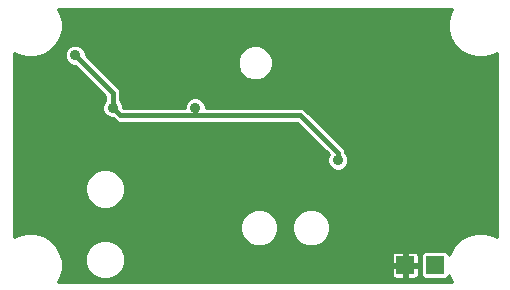
<source format=gbl>
G75*
%MOIN*%
%OFA0B0*%
%FSLAX25Y25*%
%IPPOS*%
%LPD*%
%AMOC8*
5,1,8,0,0,1.08239X$1,22.5*
%
%ADD10R,0.06000X0.06000*%
%ADD11C,0.03569*%
%ADD12C,0.01000*%
%ADD13C,0.01600*%
D10*
X0145000Y0018874D03*
X0155000Y0018874D03*
D11*
X0140000Y0028874D03*
X0150000Y0036374D03*
X0160000Y0038874D03*
X0140000Y0043874D03*
X0130000Y0053874D03*
X0122500Y0053874D03*
X0150000Y0068874D03*
X0160000Y0058874D03*
X0160000Y0078874D03*
X0150000Y0088874D03*
X0140000Y0078874D03*
X0130000Y0088874D03*
X0120000Y0078874D03*
X0110000Y0088874D03*
X0100000Y0078874D03*
X0080000Y0078874D03*
X0075000Y0071374D03*
X0060000Y0078874D03*
X0047500Y0071374D03*
X0040000Y0063874D03*
X0047500Y0053874D03*
X0070000Y0048874D03*
X0060000Y0038874D03*
X0070000Y0028874D03*
X0080000Y0038874D03*
X0090000Y0048874D03*
X0080000Y0058874D03*
X0045000Y0033874D03*
X0030000Y0038874D03*
X0020000Y0068874D03*
X0020000Y0078874D03*
X0035000Y0088874D03*
X0120000Y0098874D03*
X0140000Y0098874D03*
X0105000Y0018874D03*
D12*
X0030063Y0014706D02*
X0029294Y0013374D01*
X0160706Y0013374D01*
X0159937Y0014706D01*
X0159700Y0015589D01*
X0159700Y0015170D01*
X0158704Y0014174D01*
X0151296Y0014174D01*
X0150300Y0015170D01*
X0150300Y0022578D01*
X0151296Y0023574D01*
X0158704Y0023574D01*
X0159700Y0022578D01*
X0159700Y0022159D01*
X0159937Y0023042D01*
X0161358Y0025505D01*
X0163369Y0027516D01*
X0165832Y0028937D01*
X0168578Y0029673D01*
X0171422Y0029673D01*
X0174168Y0028937D01*
X0175500Y0028168D01*
X0175500Y0089580D01*
X0174168Y0088811D01*
X0171422Y0088075D01*
X0168578Y0088075D01*
X0165832Y0088811D01*
X0163369Y0090232D01*
X0161358Y0092243D01*
X0159937Y0094706D01*
X0159201Y0097452D01*
X0159201Y0100296D01*
X0159937Y0103042D01*
X0160706Y0104374D01*
X0029294Y0104374D01*
X0030063Y0103042D01*
X0030799Y0100296D01*
X0030799Y0097452D01*
X0030063Y0094706D01*
X0028642Y0092243D01*
X0026631Y0090232D01*
X0024168Y0088811D01*
X0021422Y0088075D01*
X0018578Y0088075D01*
X0015832Y0088811D01*
X0014500Y0089580D01*
X0014500Y0028168D01*
X0015832Y0028937D01*
X0018578Y0029673D01*
X0021422Y0029673D01*
X0024168Y0028937D01*
X0026631Y0027516D01*
X0028642Y0025505D01*
X0030063Y0023042D01*
X0030799Y0020296D01*
X0030799Y0017452D01*
X0030063Y0014706D01*
X0030106Y0014865D02*
X0041788Y0014865D01*
X0041258Y0015084D02*
X0043686Y0014079D01*
X0046314Y0014079D01*
X0048742Y0015084D01*
X0050601Y0016943D01*
X0051606Y0019371D01*
X0051606Y0021999D01*
X0050601Y0024427D01*
X0048742Y0026286D01*
X0046314Y0027291D01*
X0043686Y0027291D01*
X0041258Y0026286D01*
X0039399Y0024427D01*
X0038394Y0021999D01*
X0038394Y0019371D01*
X0039399Y0016943D01*
X0041258Y0015084D01*
X0040479Y0015864D02*
X0030374Y0015864D01*
X0030641Y0016862D02*
X0039480Y0016862D01*
X0039019Y0017861D02*
X0030799Y0017861D01*
X0030799Y0018859D02*
X0038606Y0018859D01*
X0038394Y0019858D02*
X0030799Y0019858D01*
X0030649Y0020856D02*
X0038394Y0020856D01*
X0038394Y0021855D02*
X0030381Y0021855D01*
X0030114Y0022853D02*
X0038747Y0022853D01*
X0039161Y0023852D02*
X0029596Y0023852D01*
X0029020Y0024850D02*
X0039822Y0024850D01*
X0040821Y0025849D02*
X0028298Y0025849D01*
X0027299Y0026847D02*
X0042614Y0026847D01*
X0047386Y0026847D02*
X0091996Y0026847D01*
X0092786Y0026057D02*
X0091022Y0027821D01*
X0090067Y0030127D01*
X0090067Y0032622D01*
X0091022Y0034927D01*
X0092786Y0036691D01*
X0095091Y0037646D01*
X0097586Y0037646D01*
X0099891Y0036691D01*
X0101655Y0034927D01*
X0102610Y0032622D01*
X0102610Y0030127D01*
X0101655Y0027821D01*
X0099891Y0026057D01*
X0097586Y0025102D01*
X0095091Y0025102D01*
X0092786Y0026057D01*
X0093289Y0025849D02*
X0049179Y0025849D01*
X0050178Y0024850D02*
X0160980Y0024850D01*
X0160404Y0023852D02*
X0050839Y0023852D01*
X0051253Y0022853D02*
X0140858Y0022853D01*
X0140800Y0022795D02*
X0140602Y0022453D01*
X0140500Y0022071D01*
X0140500Y0019374D01*
X0144500Y0019374D01*
X0144500Y0018374D01*
X0145500Y0018374D01*
X0145500Y0019374D01*
X0149500Y0019374D01*
X0149500Y0022071D01*
X0149398Y0022453D01*
X0149200Y0022795D01*
X0148921Y0023074D01*
X0148579Y0023272D01*
X0148197Y0023374D01*
X0145500Y0023374D01*
X0145500Y0019374D01*
X0144500Y0019374D01*
X0144500Y0023374D01*
X0141803Y0023374D01*
X0141421Y0023272D01*
X0141079Y0023074D01*
X0140800Y0022795D01*
X0140500Y0021855D02*
X0051606Y0021855D01*
X0051606Y0020856D02*
X0140500Y0020856D01*
X0140500Y0019858D02*
X0051606Y0019858D01*
X0051394Y0018859D02*
X0144500Y0018859D01*
X0144500Y0018374D02*
X0140500Y0018374D01*
X0140500Y0015677D01*
X0140602Y0015295D01*
X0140800Y0014953D01*
X0141079Y0014674D01*
X0141421Y0014476D01*
X0141803Y0014374D01*
X0144500Y0014374D01*
X0144500Y0018374D01*
X0144500Y0017861D02*
X0145500Y0017861D01*
X0145500Y0018374D02*
X0145500Y0014374D01*
X0148197Y0014374D01*
X0148579Y0014476D01*
X0148921Y0014674D01*
X0149200Y0014953D01*
X0149398Y0015295D01*
X0149500Y0015677D01*
X0149500Y0018374D01*
X0145500Y0018374D01*
X0145500Y0018859D02*
X0150300Y0018859D01*
X0150300Y0017861D02*
X0149500Y0017861D01*
X0149500Y0016862D02*
X0150300Y0016862D01*
X0150300Y0015864D02*
X0149500Y0015864D01*
X0149112Y0014865D02*
X0150605Y0014865D01*
X0145500Y0014865D02*
X0144500Y0014865D01*
X0144500Y0015864D02*
X0145500Y0015864D01*
X0145500Y0016862D02*
X0144500Y0016862D01*
X0140500Y0016862D02*
X0050520Y0016862D01*
X0050981Y0017861D02*
X0140500Y0017861D01*
X0140500Y0015864D02*
X0049521Y0015864D01*
X0048212Y0014865D02*
X0140888Y0014865D01*
X0144500Y0019858D02*
X0145500Y0019858D01*
X0145500Y0020856D02*
X0144500Y0020856D01*
X0144500Y0021855D02*
X0145500Y0021855D01*
X0145500Y0022853D02*
X0144500Y0022853D01*
X0149142Y0022853D02*
X0150575Y0022853D01*
X0150300Y0021855D02*
X0149500Y0021855D01*
X0149500Y0020856D02*
X0150300Y0020856D01*
X0150300Y0019858D02*
X0149500Y0019858D01*
X0159425Y0022853D02*
X0159886Y0022853D01*
X0161702Y0025849D02*
X0116711Y0025849D01*
X0117214Y0026057D02*
X0118978Y0027821D01*
X0119933Y0030127D01*
X0119933Y0032622D01*
X0118978Y0034927D01*
X0117214Y0036691D01*
X0114909Y0037646D01*
X0112414Y0037646D01*
X0110109Y0036691D01*
X0108345Y0034927D01*
X0107390Y0032622D01*
X0107390Y0030127D01*
X0108345Y0027821D01*
X0110109Y0026057D01*
X0112414Y0025102D01*
X0114909Y0025102D01*
X0117214Y0026057D01*
X0118004Y0026847D02*
X0162701Y0026847D01*
X0163941Y0027846D02*
X0118988Y0027846D01*
X0119402Y0028844D02*
X0165671Y0028844D01*
X0174329Y0028844D02*
X0175500Y0028844D01*
X0175500Y0029843D02*
X0119816Y0029843D01*
X0119933Y0030841D02*
X0175500Y0030841D01*
X0175500Y0031840D02*
X0119933Y0031840D01*
X0119843Y0032838D02*
X0175500Y0032838D01*
X0175500Y0033837D02*
X0119430Y0033837D01*
X0119016Y0034835D02*
X0175500Y0034835D01*
X0175500Y0035834D02*
X0118071Y0035834D01*
X0116872Y0036832D02*
X0175500Y0036832D01*
X0175500Y0037831D02*
X0046628Y0037831D01*
X0046314Y0037701D02*
X0048742Y0038707D01*
X0050601Y0040565D01*
X0051606Y0042993D01*
X0051606Y0045621D01*
X0050601Y0048049D01*
X0048742Y0049908D01*
X0046314Y0050913D01*
X0043686Y0050913D01*
X0041258Y0049908D01*
X0039399Y0048049D01*
X0038394Y0045621D01*
X0038394Y0042993D01*
X0039399Y0040565D01*
X0041258Y0038707D01*
X0043686Y0037701D01*
X0046314Y0037701D01*
X0048865Y0038829D02*
X0175500Y0038829D01*
X0175500Y0039828D02*
X0049863Y0039828D01*
X0050709Y0040826D02*
X0175500Y0040826D01*
X0175500Y0041825D02*
X0051122Y0041825D01*
X0051536Y0042823D02*
X0175500Y0042823D01*
X0175500Y0043822D02*
X0051606Y0043822D01*
X0051606Y0044820D02*
X0175500Y0044820D01*
X0175500Y0045819D02*
X0051524Y0045819D01*
X0051111Y0046817D02*
X0175500Y0046817D01*
X0175500Y0047816D02*
X0050697Y0047816D01*
X0049835Y0048814D02*
X0175500Y0048814D01*
X0175500Y0049813D02*
X0048837Y0049813D01*
X0046560Y0050811D02*
X0120789Y0050811D01*
X0120526Y0050920D02*
X0121807Y0050390D01*
X0123193Y0050390D01*
X0124474Y0050920D01*
X0125454Y0051900D01*
X0125984Y0053181D01*
X0125984Y0054567D01*
X0125454Y0055848D01*
X0125000Y0056301D01*
X0125000Y0056871D01*
X0124619Y0057790D01*
X0123916Y0058493D01*
X0111416Y0070993D01*
X0110497Y0071374D01*
X0078484Y0071374D01*
X0078484Y0072067D01*
X0077954Y0073348D01*
X0076974Y0074328D01*
X0075693Y0074858D01*
X0074307Y0074858D01*
X0073026Y0074328D01*
X0072046Y0073348D01*
X0071516Y0072067D01*
X0071516Y0071374D01*
X0051036Y0071374D01*
X0050984Y0071425D01*
X0050984Y0072067D01*
X0050454Y0073348D01*
X0050000Y0073801D01*
X0050000Y0076871D01*
X0049619Y0077790D01*
X0038484Y0088925D01*
X0038484Y0089567D01*
X0037954Y0090848D01*
X0036974Y0091828D01*
X0035693Y0092358D01*
X0034307Y0092358D01*
X0033026Y0091828D01*
X0032046Y0090848D01*
X0031516Y0089567D01*
X0031516Y0088181D01*
X0032046Y0086900D01*
X0033026Y0085920D01*
X0034307Y0085390D01*
X0034949Y0085390D01*
X0045000Y0075338D01*
X0045000Y0073801D01*
X0044546Y0073348D01*
X0044016Y0072067D01*
X0044016Y0070681D01*
X0044546Y0069400D01*
X0045526Y0068420D01*
X0046807Y0067890D01*
X0047449Y0067890D01*
X0047881Y0067458D01*
X0048584Y0066755D01*
X0049503Y0066374D01*
X0108964Y0066374D01*
X0119530Y0055809D01*
X0119016Y0054567D01*
X0119016Y0053181D01*
X0119546Y0051900D01*
X0120526Y0050920D01*
X0119637Y0051810D02*
X0014500Y0051810D01*
X0014500Y0050811D02*
X0043440Y0050811D01*
X0041163Y0049813D02*
X0014500Y0049813D01*
X0014500Y0048814D02*
X0040165Y0048814D01*
X0039303Y0047816D02*
X0014500Y0047816D01*
X0014500Y0046817D02*
X0038889Y0046817D01*
X0038476Y0045819D02*
X0014500Y0045819D01*
X0014500Y0044820D02*
X0038394Y0044820D01*
X0038394Y0043822D02*
X0014500Y0043822D01*
X0014500Y0042823D02*
X0038464Y0042823D01*
X0038878Y0041825D02*
X0014500Y0041825D01*
X0014500Y0040826D02*
X0039291Y0040826D01*
X0040136Y0039828D02*
X0014500Y0039828D01*
X0014500Y0038829D02*
X0041135Y0038829D01*
X0043372Y0037831D02*
X0014500Y0037831D01*
X0014500Y0036832D02*
X0093128Y0036832D01*
X0091929Y0035834D02*
X0014500Y0035834D01*
X0014500Y0034835D02*
X0090984Y0034835D01*
X0090570Y0033837D02*
X0014500Y0033837D01*
X0014500Y0032838D02*
X0090157Y0032838D01*
X0090067Y0031840D02*
X0014500Y0031840D01*
X0014500Y0030841D02*
X0090067Y0030841D01*
X0090184Y0029843D02*
X0014500Y0029843D01*
X0014500Y0028844D02*
X0015671Y0028844D01*
X0024329Y0028844D02*
X0090598Y0028844D01*
X0091012Y0027846D02*
X0026059Y0027846D01*
X0029579Y0013867D02*
X0160421Y0013867D01*
X0159894Y0014865D02*
X0159395Y0014865D01*
X0110612Y0025849D02*
X0099388Y0025849D01*
X0100681Y0026847D02*
X0109319Y0026847D01*
X0108334Y0027846D02*
X0101665Y0027846D01*
X0102079Y0028844D02*
X0107921Y0028844D01*
X0107507Y0029843D02*
X0102493Y0029843D01*
X0102610Y0030841D02*
X0107390Y0030841D01*
X0107390Y0031840D02*
X0102610Y0031840D01*
X0102520Y0032838D02*
X0107480Y0032838D01*
X0107893Y0033837D02*
X0102107Y0033837D01*
X0101693Y0034835D02*
X0108307Y0034835D01*
X0109252Y0035834D02*
X0100748Y0035834D01*
X0099550Y0036832D02*
X0110450Y0036832D01*
X0124211Y0050811D02*
X0175500Y0050811D01*
X0175500Y0051810D02*
X0125363Y0051810D01*
X0125830Y0052809D02*
X0175500Y0052809D01*
X0175500Y0053807D02*
X0125984Y0053807D01*
X0125885Y0054806D02*
X0175500Y0054806D01*
X0175500Y0055804D02*
X0125472Y0055804D01*
X0125000Y0056803D02*
X0175500Y0056803D01*
X0175500Y0057801D02*
X0124608Y0057801D01*
X0123610Y0058800D02*
X0175500Y0058800D01*
X0175500Y0059798D02*
X0122611Y0059798D01*
X0121613Y0060797D02*
X0175500Y0060797D01*
X0175500Y0061795D02*
X0120614Y0061795D01*
X0119616Y0062794D02*
X0175500Y0062794D01*
X0175500Y0063792D02*
X0118617Y0063792D01*
X0117619Y0064791D02*
X0175500Y0064791D01*
X0175500Y0065789D02*
X0116620Y0065789D01*
X0115622Y0066788D02*
X0175500Y0066788D01*
X0175500Y0067786D02*
X0114623Y0067786D01*
X0113625Y0068785D02*
X0175500Y0068785D01*
X0175500Y0069783D02*
X0112626Y0069783D01*
X0111628Y0070782D02*
X0175500Y0070782D01*
X0175500Y0071780D02*
X0078484Y0071780D01*
X0078189Y0072779D02*
X0175500Y0072779D01*
X0175500Y0073777D02*
X0077524Y0073777D01*
X0075892Y0074776D02*
X0175500Y0074776D01*
X0175500Y0075774D02*
X0050000Y0075774D01*
X0050000Y0074776D02*
X0074108Y0074776D01*
X0072476Y0073777D02*
X0050024Y0073777D01*
X0050689Y0072779D02*
X0071811Y0072779D01*
X0071516Y0071780D02*
X0050984Y0071780D01*
X0050000Y0076773D02*
X0175500Y0076773D01*
X0175500Y0077771D02*
X0049627Y0077771D01*
X0048640Y0078770D02*
X0175500Y0078770D01*
X0175500Y0079768D02*
X0047641Y0079768D01*
X0046643Y0080767D02*
X0093177Y0080767D01*
X0093831Y0080496D02*
X0096169Y0080496D01*
X0098330Y0081391D01*
X0099983Y0083044D01*
X0100878Y0085205D01*
X0100878Y0087543D01*
X0099983Y0089704D01*
X0098330Y0091357D01*
X0096169Y0092252D01*
X0093831Y0092252D01*
X0091670Y0091357D01*
X0090017Y0089704D01*
X0089122Y0087543D01*
X0089122Y0085205D01*
X0090017Y0083044D01*
X0091670Y0081391D01*
X0093831Y0080496D01*
X0091296Y0081765D02*
X0045644Y0081765D01*
X0044646Y0082764D02*
X0090297Y0082764D01*
X0089720Y0083762D02*
X0043647Y0083762D01*
X0042649Y0084761D02*
X0089306Y0084761D01*
X0089122Y0085759D02*
X0041650Y0085759D01*
X0040652Y0086758D02*
X0089122Y0086758D01*
X0089210Y0087756D02*
X0039653Y0087756D01*
X0038655Y0088755D02*
X0089624Y0088755D01*
X0090067Y0089753D02*
X0038407Y0089753D01*
X0037993Y0090752D02*
X0091065Y0090752D01*
X0092620Y0091750D02*
X0037051Y0091750D01*
X0032949Y0091750D02*
X0028149Y0091750D01*
X0028934Y0092749D02*
X0161066Y0092749D01*
X0160490Y0093747D02*
X0029510Y0093747D01*
X0030074Y0094746D02*
X0159926Y0094746D01*
X0159658Y0095745D02*
X0030342Y0095745D01*
X0030609Y0096743D02*
X0159391Y0096743D01*
X0159201Y0097742D02*
X0030799Y0097742D01*
X0030799Y0098740D02*
X0159201Y0098740D01*
X0159201Y0099739D02*
X0030799Y0099739D01*
X0030681Y0100737D02*
X0159319Y0100737D01*
X0159587Y0101736D02*
X0030413Y0101736D01*
X0030146Y0102734D02*
X0159854Y0102734D01*
X0160335Y0103733D02*
X0029665Y0103733D01*
X0032007Y0090752D02*
X0027150Y0090752D01*
X0025801Y0089753D02*
X0031593Y0089753D01*
X0031516Y0088755D02*
X0023960Y0088755D01*
X0031692Y0087756D02*
X0014500Y0087756D01*
X0014500Y0086758D02*
X0032189Y0086758D01*
X0033415Y0085759D02*
X0014500Y0085759D01*
X0014500Y0084761D02*
X0035578Y0084761D01*
X0036576Y0083762D02*
X0014500Y0083762D01*
X0014500Y0082764D02*
X0037575Y0082764D01*
X0038573Y0081765D02*
X0014500Y0081765D01*
X0014500Y0080767D02*
X0039572Y0080767D01*
X0040570Y0079768D02*
X0014500Y0079768D01*
X0014500Y0078770D02*
X0041569Y0078770D01*
X0042567Y0077771D02*
X0014500Y0077771D01*
X0014500Y0076773D02*
X0043566Y0076773D01*
X0044564Y0075774D02*
X0014500Y0075774D01*
X0014500Y0074776D02*
X0045000Y0074776D01*
X0044976Y0073777D02*
X0014500Y0073777D01*
X0014500Y0072779D02*
X0044311Y0072779D01*
X0044016Y0071780D02*
X0014500Y0071780D01*
X0014500Y0070782D02*
X0044016Y0070782D01*
X0044388Y0069783D02*
X0014500Y0069783D01*
X0014500Y0068785D02*
X0045162Y0068785D01*
X0047552Y0067786D02*
X0014500Y0067786D01*
X0014500Y0066788D02*
X0048551Y0066788D01*
X0014500Y0065789D02*
X0109549Y0065789D01*
X0110548Y0064791D02*
X0014500Y0064791D01*
X0014500Y0063792D02*
X0111546Y0063792D01*
X0112545Y0062794D02*
X0014500Y0062794D01*
X0014500Y0061795D02*
X0113543Y0061795D01*
X0114542Y0060797D02*
X0014500Y0060797D01*
X0014500Y0059798D02*
X0115540Y0059798D01*
X0116539Y0058800D02*
X0014500Y0058800D01*
X0014500Y0057801D02*
X0117537Y0057801D01*
X0118536Y0056803D02*
X0014500Y0056803D01*
X0014500Y0055804D02*
X0119528Y0055804D01*
X0119115Y0054806D02*
X0014500Y0054806D01*
X0014500Y0053807D02*
X0119016Y0053807D01*
X0119170Y0052809D02*
X0014500Y0052809D01*
X0014500Y0088755D02*
X0016040Y0088755D01*
X0096823Y0080767D02*
X0175500Y0080767D01*
X0175500Y0081765D02*
X0098704Y0081765D01*
X0099703Y0082764D02*
X0175500Y0082764D01*
X0175500Y0083762D02*
X0100280Y0083762D01*
X0100694Y0084761D02*
X0175500Y0084761D01*
X0175500Y0085759D02*
X0100878Y0085759D01*
X0100878Y0086758D02*
X0175500Y0086758D01*
X0175500Y0087756D02*
X0100790Y0087756D01*
X0100376Y0088755D02*
X0166040Y0088755D01*
X0164199Y0089753D02*
X0099933Y0089753D01*
X0098935Y0090752D02*
X0162850Y0090752D01*
X0161851Y0091750D02*
X0097380Y0091750D01*
X0173960Y0088755D02*
X0175500Y0088755D01*
D13*
X0122500Y0056374D02*
X0122500Y0053874D01*
X0122500Y0056374D02*
X0110000Y0068874D01*
X0075000Y0068874D01*
X0075000Y0071374D01*
X0075000Y0068874D02*
X0050000Y0068874D01*
X0047500Y0071374D01*
X0047500Y0076374D01*
X0035000Y0088874D01*
M02*

</source>
